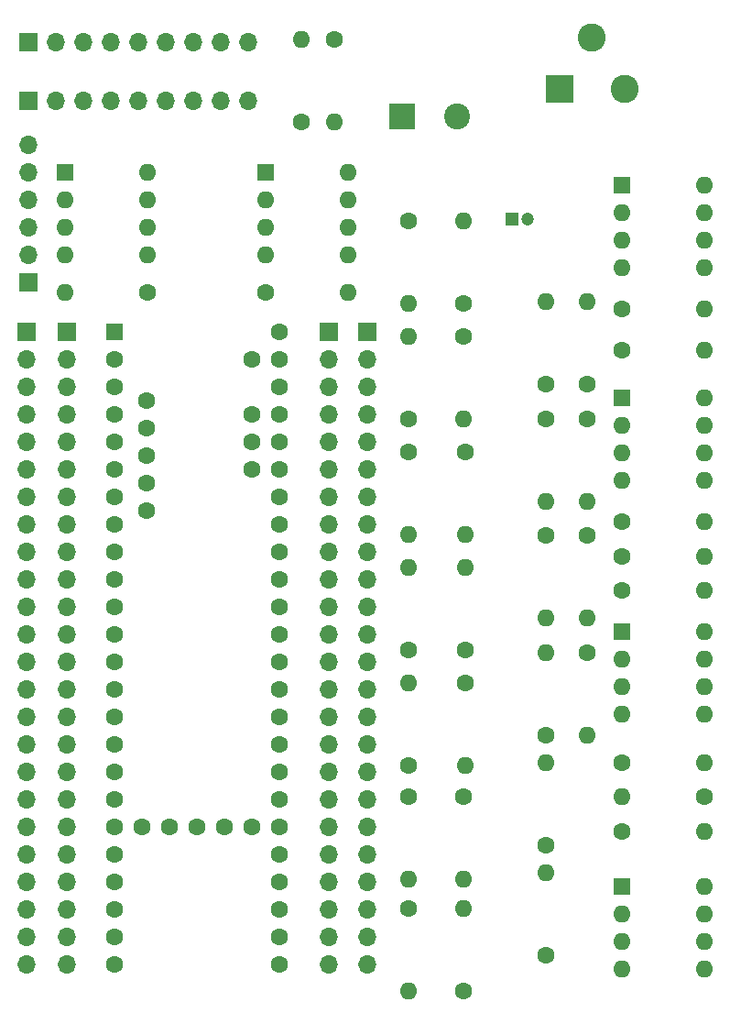
<source format=gbr>
%TF.GenerationSoftware,KiCad,Pcbnew,(5.1.10)-1*%
%TF.CreationDate,2023-07-22T23:02:34-04:00*%
%TF.ProjectId,dynamic clamp pcb,64796e61-6d69-4632-9063-6c616d702070,rev?*%
%TF.SameCoordinates,Original*%
%TF.FileFunction,Soldermask,Top*%
%TF.FilePolarity,Negative*%
%FSLAX46Y46*%
G04 Gerber Fmt 4.6, Leading zero omitted, Abs format (unit mm)*
G04 Created by KiCad (PCBNEW (5.1.10)-1) date 2023-07-22 23:02:34*
%MOMM*%
%LPD*%
G01*
G04 APERTURE LIST*
%ADD10C,1.600000*%
%ADD11O,1.600000X1.600000*%
%ADD12R,2.400000X2.400000*%
%ADD13C,2.400000*%
%ADD14R,1.200000X1.200000*%
%ADD15C,1.200000*%
%ADD16R,1.700000X1.700000*%
%ADD17O,1.700000X1.700000*%
%ADD18R,2.600000X2.600000*%
%ADD19C,2.600000*%
%ADD20R,1.600000X1.600000*%
G04 APERTURE END LIST*
D10*
%TO.C,10k*%
X56515000Y-140081000D03*
D11*
X56515000Y-132461000D03*
%TD*%
%TO.C,10k*%
X83820000Y-150495000D03*
D10*
X76200000Y-150495000D03*
%TD*%
D12*
%TO.C,200uF*%
X55960000Y-90805000D03*
D13*
X60960000Y-90805000D03*
%TD*%
D14*
%TO.C,1uF*%
X66040000Y-100330000D03*
D15*
X67540000Y-100330000D03*
%TD*%
D16*
%TO.C,J1*%
X21336000Y-106172000D03*
D17*
X21336000Y-103632000D03*
X21336000Y-101092000D03*
X21336000Y-98552000D03*
X21336000Y-96012000D03*
X21336000Y-93472000D03*
%TD*%
D18*
%TO.C,J2*%
X70485000Y-88265000D03*
D19*
X76485000Y-88265000D03*
X73485000Y-83565000D03*
%TD*%
D16*
%TO.C,J6*%
X24892000Y-110744000D03*
D17*
X24892000Y-113284000D03*
X24892000Y-115824000D03*
X24892000Y-118364000D03*
X24892000Y-120904000D03*
X24892000Y-123444000D03*
X24892000Y-125984000D03*
X24892000Y-128524000D03*
X24892000Y-131064000D03*
X24892000Y-133604000D03*
X24892000Y-136144000D03*
X24892000Y-138684000D03*
X24892000Y-141224000D03*
X24892000Y-143764000D03*
X24892000Y-146304000D03*
X24892000Y-148844000D03*
X24892000Y-151384000D03*
X24892000Y-153924000D03*
X24892000Y-156464000D03*
X24892000Y-159004000D03*
X24892000Y-161544000D03*
X24892000Y-164084000D03*
X24892000Y-166624000D03*
X24892000Y-169164000D03*
%TD*%
%TO.C,J7*%
X49149000Y-169164000D03*
X49149000Y-166624000D03*
X49149000Y-164084000D03*
X49149000Y-161544000D03*
X49149000Y-159004000D03*
X49149000Y-156464000D03*
X49149000Y-153924000D03*
X49149000Y-151384000D03*
X49149000Y-148844000D03*
X49149000Y-146304000D03*
X49149000Y-143764000D03*
X49149000Y-141224000D03*
X49149000Y-138684000D03*
X49149000Y-136144000D03*
X49149000Y-133604000D03*
X49149000Y-131064000D03*
X49149000Y-128524000D03*
X49149000Y-125984000D03*
X49149000Y-123444000D03*
X49149000Y-120904000D03*
X49149000Y-118364000D03*
X49149000Y-115824000D03*
X49149000Y-113284000D03*
D16*
X49149000Y-110744000D03*
%TD*%
D11*
%TO.C,2.2k*%
X69215000Y-107950000D03*
D10*
X69215000Y-115570000D03*
%TD*%
D11*
%TO.C,470*%
X73025000Y-107950000D03*
D10*
X73025000Y-115570000D03*
%TD*%
%TO.C,4.7k*%
X76200000Y-108585000D03*
D11*
X83820000Y-108585000D03*
%TD*%
D10*
%TO.C,22k*%
X76200000Y-112395000D03*
D11*
X83820000Y-112395000D03*
%TD*%
%TO.C,10k*%
X69215000Y-126365000D03*
D10*
X69215000Y-118745000D03*
%TD*%
%TO.C,100*%
X73025000Y-118745000D03*
D11*
X73025000Y-126365000D03*
%TD*%
%TO.C,2.2k*%
X83820000Y-128270000D03*
D10*
X76200000Y-128270000D03*
%TD*%
%TO.C,10k*%
X76200000Y-131445000D03*
D11*
X83820000Y-131445000D03*
%TD*%
D10*
%TO.C,10k*%
X76200000Y-134620000D03*
D11*
X83820000Y-134620000D03*
%TD*%
%TO.C,10k*%
X69215000Y-137160000D03*
D10*
X69215000Y-129540000D03*
%TD*%
%TO.C,10k*%
X83820000Y-153670000D03*
D11*
X76200000Y-153670000D03*
%TD*%
%TO.C,10k*%
X83820000Y-156845000D03*
D10*
X76200000Y-156845000D03*
%TD*%
%TO.C,4.7k*%
X69215000Y-168275000D03*
D11*
X69215000Y-160655000D03*
%TD*%
D10*
%TO.C,10k*%
X69215000Y-158115000D03*
D11*
X69215000Y-150495000D03*
%TD*%
D10*
%TO.C,10k*%
X69215000Y-147955000D03*
D11*
X69215000Y-140335000D03*
%TD*%
%TO.C,4.7k*%
X73025000Y-147955000D03*
D10*
X73025000Y-140335000D03*
%TD*%
D11*
%TO.C,2.2k*%
X73025000Y-137160000D03*
D10*
X73025000Y-129540000D03*
%TD*%
D11*
%TO.C,LM358*%
X83820000Y-116840000D03*
X76200000Y-124460000D03*
X83820000Y-119380000D03*
X76200000Y-121920000D03*
X83820000Y-121920000D03*
X76200000Y-119380000D03*
X83820000Y-124460000D03*
D20*
X76200000Y-116840000D03*
%TD*%
%TO.C,LM358*%
X76200000Y-138430000D03*
D11*
X83820000Y-146050000D03*
X76200000Y-140970000D03*
X83820000Y-143510000D03*
X76200000Y-143510000D03*
X83820000Y-140970000D03*
X76200000Y-146050000D03*
X83820000Y-138430000D03*
%TD*%
D20*
%TO.C,LM358*%
X76200000Y-161925000D03*
D11*
X83820000Y-169545000D03*
X76200000Y-164465000D03*
X83820000Y-167005000D03*
X76200000Y-167005000D03*
X83820000Y-164465000D03*
X76200000Y-169545000D03*
X83820000Y-161925000D03*
%TD*%
%TO.C,TLE2426*%
X83820000Y-97155000D03*
X76200000Y-104775000D03*
X83820000Y-99695000D03*
X76200000Y-102235000D03*
X83820000Y-102235000D03*
X76200000Y-99695000D03*
X83820000Y-104775000D03*
D20*
X76200000Y-97155000D03*
%TD*%
D10*
%TO.C,U5*%
X29337000Y-151384000D03*
X29337000Y-153924000D03*
X29337000Y-156464000D03*
X29337000Y-159004000D03*
X29337000Y-148844000D03*
X29337000Y-146304000D03*
X29337000Y-143764000D03*
X29337000Y-161544000D03*
X29337000Y-164084000D03*
X29337000Y-166624000D03*
X29337000Y-169164000D03*
X31877000Y-156464000D03*
X34417000Y-156464000D03*
X36957000Y-156464000D03*
X39497000Y-156464000D03*
X42037000Y-156464000D03*
X44577000Y-169164000D03*
X44577000Y-166624000D03*
X44577000Y-164084000D03*
X44577000Y-161544000D03*
X44577000Y-159004000D03*
X44577000Y-156464000D03*
X44577000Y-153924000D03*
X44577000Y-151384000D03*
X29337000Y-141224000D03*
X29337000Y-138684000D03*
X29337000Y-136144000D03*
X29337000Y-133604000D03*
X29337000Y-131064000D03*
X29337000Y-128524000D03*
X29337000Y-125984000D03*
X29337000Y-123444000D03*
X29337000Y-120904000D03*
X29337000Y-118364000D03*
X29337000Y-115824000D03*
X29337000Y-113284000D03*
D20*
X29337000Y-110744000D03*
D10*
X44577000Y-148844000D03*
X44577000Y-146304000D03*
X44577000Y-143764000D03*
X44577000Y-141224000D03*
X44577000Y-138684000D03*
X44577000Y-136144000D03*
X44577000Y-133604000D03*
X44577000Y-131064000D03*
X44577000Y-128524000D03*
X44577000Y-125984000D03*
X44577000Y-123444000D03*
X44577000Y-120904000D03*
X44577000Y-118364000D03*
X44577000Y-115824000D03*
X44577000Y-113284000D03*
X44577000Y-110744000D03*
X42037000Y-113284000D03*
X42037000Y-118364000D03*
X42037000Y-120904000D03*
X42037000Y-123444000D03*
X32337000Y-117094000D03*
X32337000Y-119634000D03*
X32337000Y-122174000D03*
X32337000Y-124714000D03*
X32337000Y-127254000D03*
%TD*%
D17*
%TO.C,IN*%
X41656000Y-89408000D03*
X39116000Y-89408000D03*
X36576000Y-89408000D03*
X34036000Y-89408000D03*
X31496000Y-89408000D03*
X28956000Y-89408000D03*
X26416000Y-89408000D03*
X23876000Y-89408000D03*
D16*
X21336000Y-89408000D03*
%TD*%
%TO.C,GND*%
X21336000Y-83947000D03*
D17*
X23876000Y-83947000D03*
X26416000Y-83947000D03*
X28956000Y-83947000D03*
X31496000Y-83947000D03*
X34036000Y-83947000D03*
X36576000Y-83947000D03*
X39116000Y-83947000D03*
X41656000Y-83947000D03*
%TD*%
%TO.C,GND*%
X21209000Y-169164000D03*
X21209000Y-166624000D03*
X21209000Y-164084000D03*
X21209000Y-161544000D03*
X21209000Y-159004000D03*
X21209000Y-156464000D03*
X21209000Y-153924000D03*
X21209000Y-151384000D03*
X21209000Y-148844000D03*
X21209000Y-146304000D03*
X21209000Y-143764000D03*
X21209000Y-141224000D03*
X21209000Y-138684000D03*
X21209000Y-136144000D03*
X21209000Y-133604000D03*
X21209000Y-131064000D03*
X21209000Y-128524000D03*
X21209000Y-125984000D03*
X21209000Y-123444000D03*
X21209000Y-120904000D03*
X21209000Y-118364000D03*
X21209000Y-115824000D03*
X21209000Y-113284000D03*
D16*
X21209000Y-110744000D03*
%TD*%
D17*
%TO.C,J9*%
X52705000Y-169164000D03*
X52705000Y-166624000D03*
X52705000Y-164084000D03*
X52705000Y-161544000D03*
X52705000Y-159004000D03*
X52705000Y-156464000D03*
X52705000Y-153924000D03*
X52705000Y-151384000D03*
X52705000Y-148844000D03*
X52705000Y-146304000D03*
X52705000Y-143764000D03*
X52705000Y-141224000D03*
X52705000Y-138684000D03*
X52705000Y-136144000D03*
X52705000Y-133604000D03*
X52705000Y-131064000D03*
X52705000Y-128524000D03*
X52705000Y-125984000D03*
X52705000Y-123444000D03*
X52705000Y-120904000D03*
X52705000Y-118364000D03*
X52705000Y-115824000D03*
X52705000Y-113284000D03*
D16*
X52705000Y-110744000D03*
%TD*%
D11*
%TO.C,2.2k*%
X61595000Y-100457000D03*
D10*
X61595000Y-108077000D03*
%TD*%
D11*
%TO.C,470*%
X61595000Y-118745000D03*
D10*
X61595000Y-111125000D03*
%TD*%
%TO.C,4.7k*%
X56515000Y-100457000D03*
D11*
X56515000Y-108077000D03*
%TD*%
D10*
%TO.C,22k*%
X56515000Y-118745000D03*
D11*
X56515000Y-111125000D03*
%TD*%
D10*
%TO.C,10k*%
X56515000Y-121793000D03*
D11*
X56515000Y-129413000D03*
%TD*%
%TO.C,100*%
X61722000Y-129413000D03*
D10*
X61722000Y-121793000D03*
%TD*%
D11*
%TO.C,2.2k*%
X61722000Y-132461000D03*
D10*
X61722000Y-140081000D03*
%TD*%
%TO.C,10k*%
X32385000Y-107061000D03*
D11*
X24765000Y-107061000D03*
%TD*%
%TO.C,10k*%
X56515000Y-143129000D03*
D10*
X56515000Y-150749000D03*
%TD*%
%TO.C,10k*%
X61722000Y-143129000D03*
D11*
X61722000Y-150749000D03*
%TD*%
%TO.C,10k*%
X46609000Y-83693000D03*
D10*
X46609000Y-91313000D03*
%TD*%
%TO.C,10k*%
X61595000Y-153670000D03*
D11*
X61595000Y-161290000D03*
%TD*%
%TO.C,4.7k*%
X49657000Y-91313000D03*
D10*
X49657000Y-83693000D03*
%TD*%
%TO.C,10k*%
X56515000Y-153670000D03*
D11*
X56515000Y-161290000D03*
%TD*%
D10*
%TO.C,10k*%
X56515000Y-163957000D03*
D11*
X56515000Y-171577000D03*
%TD*%
%TO.C,4.7k*%
X61595000Y-163957000D03*
D10*
X61595000Y-171577000D03*
%TD*%
D11*
%TO.C,2.2k*%
X50927000Y-107061000D03*
D10*
X43307000Y-107061000D03*
%TD*%
D20*
%TO.C,LM358*%
X24765000Y-96012000D03*
D11*
X32385000Y-103632000D03*
X24765000Y-98552000D03*
X32385000Y-101092000D03*
X24765000Y-101092000D03*
X32385000Y-98552000D03*
X24765000Y-103632000D03*
X32385000Y-96012000D03*
%TD*%
%TO.C,LM358*%
X50927000Y-96012000D03*
X43307000Y-103632000D03*
X50927000Y-98552000D03*
X43307000Y-101092000D03*
X50927000Y-101092000D03*
X43307000Y-98552000D03*
X50927000Y-103632000D03*
D20*
X43307000Y-96012000D03*
%TD*%
M02*

</source>
